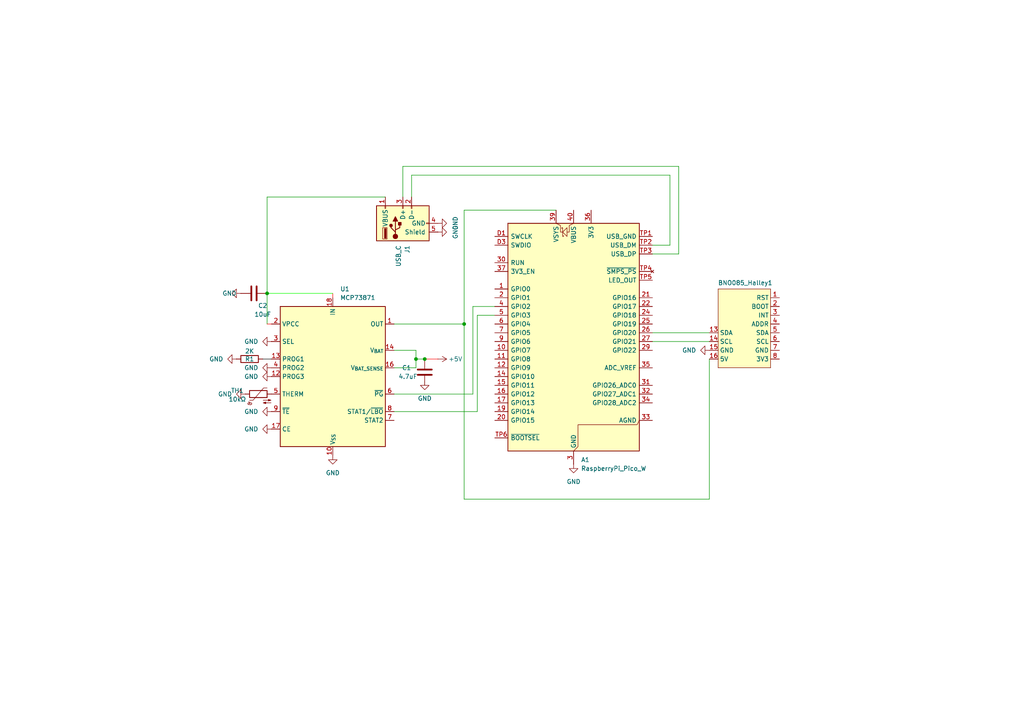
<source format=kicad_sch>
(kicad_sch (version 20250114) (generator "eeschema") (generator_version "9.0")
  (paper "A4")
  (lib_symbols
    (symbol "Battery_Management:MCP73871"
      (property "Reference" "U" (at -7.62 24.13 0))
      (property "Value" "MCP73871" (at -15.24 21.59 0))
      (symbol "MCP73871_0_1"
        (rectangle (start -15.24 20.32) (end 15.24 -20.32) (stroke (width 0.254)) (fill (type background)))
      )
      (symbol "MCP73871_1_1"
        (pin input line (at -17.78 15.24 0) (length 2.54) (name "VPCC") (number "2"))
        (pin input line (at -17.78 10.16 0) (length 2.54) (name "SEL") (number "3"))
        (pin bidirectional line (at -17.78 5.08 0) (length 2.54) (name "PROG1") (number "13"))
        (pin input line (at -17.78 2.54 0) (length 2.54) (name "PROG2") (number "4"))
        (pin bidirectional line (at -17.78 0 0) (length 2.54) (name "PROG3") (number "12"))
        (pin bidirectional line (at -17.78 -5.08 0) (length 2.54) (name "THERM") (number "5"))
        (pin input line (at -17.78 -10.16 0) (length 2.54) (name "~{TE}") (number "9"))
        (pin input line (at -17.78 -15.24 0) (length 2.54) (name "CE") (number "17"))
        (pin power_in line (at 0 22.86 270) (length 2.54) (name "IN") (number "18"))
        (pin passive line (at 0 22.86 270) (length 2.54) (hide yes) (name "IN") (number "19"))
        (pin power_in line (at 0 -22.86 90) (length 2.54) (name "V_{SS}") (number "10"))
        (pin passive line (at 0 -22.86 90) (length 2.54) (hide yes) (name "V_{SS}") (number "11"))
        (pin passive line (at 0 -22.86 90) (length 2.54) (hide yes) (name "V_{SS}") (number "21"))
        (pin power_out line (at 17.78 15.24 180) (length 2.54) (name "OUT") (number "1"))
        (pin passive line (at 17.78 15.24 180) (length 2.54) (hide yes) (name "OUT") (number "20"))
        (pin power_out line (at 17.78 7.62 180) (length 2.54) (name "V_{BAT}") (number "14"))
        (pin passive line (at 17.78 7.62 180) (length 2.54) (hide yes) (name "V_{BAT}") (number "15"))
        (pin input line (at 17.78 2.54 180) (length 2.54) (name "V_{BAT_SENSE}") (number "16"))
        (pin open_collector line (at 17.78 -5.08 180) (length 2.54) (name "~{PG}") (number "6"))
        (pin open_collector line (at 17.78 -10.16 180) (length 2.54) (name "STAT1/~{LBO}") (number "8"))
        (pin open_collector line (at 17.78 -12.7 180) (length 2.54) (name "STAT2") (number "7"))
      )
    )
    (symbol "Connector:USB_A" (pin_names (offset 1.016))
      (property "Reference" "J" (at -5.08 11.43 0))
      (property "Value" "USB_A" (at -5.08 8.89 0))
      (symbol "USB_A_0_1"
        (rectangle (start -5.08 -7.62) (end 5.08 7.62) (stroke (width 0.254)) (fill (type background)))
        (circle (center -3.81 2.159) (radius 0.635) (stroke (width 0.254)) (fill (type outline)))
        (polyline (pts (xy -3.175 2.159) (xy -2.54 2.159) (xy -1.27 3.429) (xy -0.635 3.429)) (stroke (width 0.254)))
        (polyline (pts (xy -2.54 2.159) (xy -1.905 2.159) (xy -1.27 0.889) (xy 0 0.889)) (stroke (width 0.254)))
        (rectangle (start -1.524 4.826) (end -4.318 5.334) (fill (type outline)))
        (rectangle (start -1.27 4.572) (end -4.572 5.842))
        (circle (center -0.635 3.429) (radius 0.381) (stroke (width 0.254)) (fill (type outline)))
        (rectangle (start -0.127 -7.62) (end 0.127 -6.858))
        (rectangle (start 0.254 1.27) (end -0.508 0.508) (stroke (width 0.254)) (fill (type outline)))
        (polyline (pts (xy 0.635 2.794) (xy 0.635 1.524) (xy 1.905 2.159) (xy 0.635 2.794)) (stroke (width 0.254)) (fill (type outline)))
        (rectangle (start 5.08 4.953) (end 4.318 5.207))
        (rectangle (start 5.08 -0.127) (end 4.318 0.127))
        (rectangle (start 5.08 -2.667) (end 4.318 -2.413))
      )
      (symbol "USB_A_1_1"
        (polyline (pts (xy -1.905 2.159) (xy 0.635 2.159)) (stroke (width 0.254)))
        (pin passive line (at -2.54 -10.16 90) (length 2.54) (name "Shield") (number "5"))
        (pin power_in line (at 0 -10.16 90) (length 2.54) (name "GND") (number "4"))
        (pin power_in line (at 7.62 5.08 180) (length 2.54) (name "VBUS") (number "1"))
        (pin bidirectional line (at 7.62 0 180) (length 2.54) (name "D+") (number "3"))
        (pin bidirectional line (at 7.62 -2.54 180) (length 2.54) (name "D-") (number "2"))
      )
    )
    (symbol "Device:C" (pin_numbers (hide yes)) (pin_names (offset 0.254))
      (property "Reference" "C" (at 0.635 2.54 0))
      (property "Value" "C" (at 0.635 -2.54 0))
      (symbol "C_0_1"
        (polyline (pts (xy -2.032 0.762) (xy 2.032 0.762)) (stroke (width 0.508)))
        (polyline (pts (xy -2.032 -0.762) (xy 2.032 -0.762)) (stroke (width 0.508)))
      )
      (symbol "C_1_1"
        (pin passive line (at 0 3.81 270) (length 2.794) (name "~") (number "1"))
        (pin passive line (at 0 -3.81 90) (length 2.794) (name "~") (number "2"))
      )
    )
    (symbol "Device:R" (pin_numbers (hide yes)) (pin_names (offset 0))
      (property "Reference" "R" (at 2.032 0 90))
      (property "Value" "R" (at 0 0 90))
      (symbol "R_0_1"
        (rectangle (start -1.016 -2.54) (end 1.016 2.54) (stroke (width 0.254)))
      )
      (symbol "R_1_1"
        (pin passive line (at 0 3.81 270) (length 1.27) (name "~") (number "1"))
        (pin passive line (at 0 -3.81 90) (length 1.27) (name "~") (number "2"))
      )
    )
    (symbol "Device:Thermistor_NTC" (pin_numbers (hide yes)) (pin_names (offset 0))
      (property "Reference" "TH" (at -4.445 0 90))
      (property "Value" "Thermistor_NTC" (at 3.175 0 90))
      (symbol "Thermistor_NTC_0_1"
        (arc (start -3.175 2.413) (mid -3.0506 2.3165) (end -3.048 2.159))
        (arc (start -3.048 2.794) (mid -2.9736 2.9736) (end -2.794 3.048))
        (arc (start -2.794 3.048) (mid -2.6144 2.9736) (end -2.54 2.794))
        (arc (start -2.794 2.54) (mid -2.9736 2.6144) (end -3.048 2.794))
        (arc (start -2.794 1.905) (mid -2.9736 1.9794) (end -3.048 2.159))
        (arc (start -2.54 2.159) (mid -2.6144 1.9794) (end -2.794 1.905))
        (arc (start -2.159 2.794) (mid -2.434 2.5608) (end -2.794 2.54))
        (polyline (pts (xy -2.54 2.159) (xy -2.54 2.794)))
        (polyline (pts (xy -2.54 -3.683) (xy -2.54 -1.397) (xy -2.794 -2.159) (xy -2.286 -2.159) (xy -2.54 -1.397) (xy -2.54 -1.651)) (fill (type outline)))
        (polyline (pts (xy -1.778 2.54) (xy -1.778 1.524) (xy 1.778 -1.524) (xy 1.778 -2.54)))
        (polyline (pts (xy -1.778 -1.397) (xy -1.778 -3.683) (xy -2.032 -2.921) (xy -1.524 -2.921) (xy -1.778 -3.683) (xy -1.778 -3.429)) (fill (type outline)))
        (rectangle (start -1.016 2.54) (end 1.016 -2.54) (stroke (width 0.254)))
      )
      (symbol "Thermistor_NTC_1_1"
        (pin passive line (at 0 3.81 270) (length 1.27) (name "~") (number "1"))
        (pin passive line (at 0 -3.81 90) (length 1.27) (name "~") (number "2"))
      )
    )
    (symbol "MCU_Module:RaspberryPi_Pico_W_Extensive" (pin_names (offset 0.762))
      (property "Reference" "A" (at -19.05 35.56 0))
      (property "Value" "RaspberryPi_Pico_W" (at 7.62 35.56 0))
      (symbol "RaspberryPi_Pico_W_Extensive_0_1"
        (rectangle (start -19.05 34.29) (end 19.05 -31.75) (stroke (width 0.254)) (fill (type background)))
        (polyline (pts (xy -5.08 34.29) (xy -3.81 33.655) (xy -3.81 31.75) (xy -3.175 31.75)))
        (polyline (pts (xy -3.429 32.766) (xy -3.429 33.02) (xy -3.175 33.02) (xy -3.175 30.48) (xy -2.921 30.48) (xy -2.921 30.734)))
        (polyline (pts (xy -3.175 31.75) (xy -1.905 33.02) (xy -1.905 30.48) (xy -3.175 31.75)))
        (polyline (pts (xy 0 34.29) (xy -1.27 33.655) (xy -1.27 31.75) (xy -1.905 31.75)))
        (polyline (pts (xy 0 -31.75) (xy 1.27 -30.48) (xy 1.27 -24.13) (xy 18.415 -24.13) (xy 19.05 -22.86)))
      )
      (symbol "RaspberryPi_Pico_W_Extensive_1_1"
        (pin input line (at -22.86 30.48 0) (length 3.81) (name "SWCLK") (number "D1"))
        (pin bidirectional line (at -22.86 27.94 0) (length 3.81) (name "SWDIO") (number "D3"))
        (pin passive line (at -22.86 22.86 0) (length 3.81) (name "RUN") (number "30"))
        (pin passive line (at -22.86 20.32 0) (length 3.81) (name "3V3_EN") (number "37"))
        (pin bidirectional line (at -22.86 15.24 0) (length 3.81) (name "GPIO0") (number "1"))
        (pin bidirectional line (at -22.86 12.7 0) (length 3.81) (name "GPIO1") (number "2"))
        (pin bidirectional line (at -22.86 10.16 0) (length 3.81) (name "GPIO2") (number "4"))
        (pin bidirectional line (at -22.86 7.62 0) (length 3.81) (name "GPIO3") (number "5"))
        (pin bidirectional line (at -22.86 5.08 0) (length 3.81) (name "GPIO4") (number "6"))
        (pin bidirectional line (at -22.86 2.54 0) (length 3.81) (name "GPIO5") (number "7"))
        (pin bidirectional line (at -22.86 0 0) (length 3.81) (name "GPIO6") (number "9"))
        (pin bidirectional line (at -22.86 -2.54 0) (length 3.81) (name "GPIO7") (number "10"))
        (pin bidirectional line (at -22.86 -5.08 0) (length 3.81) (name "GPIO8") (number "11"))
        (pin bidirectional line (at -22.86 -7.62 0) (length 3.81) (name "GPIO9") (number "12"))
        (pin bidirectional line (at -22.86 -10.16 0) (length 3.81) (name "GPIO10") (number "14"))
        (pin bidirectional line (at -22.86 -12.7 0) (length 3.81) (name "GPIO11") (number "15"))
        (pin bidirectional line (at -22.86 -15.24 0) (length 3.81) (name "GPIO12") (number "16"))
        (pin bidirectional line (at -22.86 -17.78 0) (length 3.81) (name "GPIO13") (number "17"))
        (pin bidirectional line (at -22.86 -20.32 0) (length 3.81) (name "GPIO14") (number "19"))
        (pin bidirectional line (at -22.86 -22.86 0) (length 3.81) (name "GPIO15") (number "20"))
        (pin input line (at -22.86 -27.94 0) (length 3.81) (name "~{BOOTSEL}") (number "TP6"))
        (pin power_in line (at -5.08 38.1 270) (length 3.81) (name "VSYS") (number "39"))
        (pin power_out line (at 0 38.1 270) (length 3.81) (name "VBUS") (number "40"))
        (pin passive line (at 0 -35.56 90) (length 3.81) (hide yes) (name "GND") (number "13"))
        (pin passive line (at 0 -35.56 90) (length 3.81) (hide yes) (name "GND") (number "18"))
        (pin passive line (at 0 -35.56 90) (length 3.81) (hide yes) (name "GND") (number "23"))
        (pin passive line (at 0 -35.56 90) (length 3.81) (hide yes) (name "GND") (number "28"))
        (pin power_out line (at 0 -35.56 90) (length 3.81) (name "GND") (number "3"))
        (pin passive line (at 0 -35.56 90) (length 3.81) (hide yes) (name "GND") (number "38"))
        (pin passive line (at 0 -35.56 90) (length 3.81) (hide yes) (name "GND") (number "8"))
        (pin passive line (at 0 -35.56 90) (length 3.81) (hide yes) (name "GND") (number "D2"))
        (pin power_out line (at 5.08 38.1 270) (length 3.81) (name "3V3") (number "36"))
        (pin power_out line (at 22.86 30.48 180) (length 3.81) (name "USB_GND") (number "TP1"))
        (pin bidirectional line (at 22.86 27.94 180) (length 3.81) (name "USB_DM") (number "TP2"))
        (pin bidirectional line (at 22.86 25.4 180) (length 3.81) (name "USB_DP") (number "TP3"))
        (pin no_connect line (at 22.86 20.32 180) (length 3.81) (name "~{SMPS_PS}") (number "TP4"))
        (pin output line (at 22.86 17.78 180) (length 3.81) (name "LED_OUT") (number "TP5"))
        (pin bidirectional line (at 22.86 12.7 180) (length 3.81) (name "GPIO16") (number "21"))
        (pin bidirectional line (at 22.86 10.16 180) (length 3.81) (name "GPIO17") (number "22"))
        (pin bidirectional line (at 22.86 7.62 180) (length 3.81) (name "GPIO18") (number "24"))
        (pin bidirectional line (at 22.86 5.08 180) (length 3.81) (name "GPIO19") (number "25"))
        (pin bidirectional line (at 22.86 2.54 180) (length 3.81) (name "GPIO20") (number "26"))
        (pin bidirectional line (at 22.86 0 180) (length 3.81) (name "GPIO21") (number "27"))
        (pin bidirectional line (at 22.86 -2.54 180) (length 3.81) (name "GPIO22") (number "29"))
        (pin power_in line (at 22.86 -7.62 180) (length 3.81) (name "ADC_VREF") (number "35"))
        (pin bidirectional line (at 22.86 -12.7 180) (length 3.81) (name "GPIO26_ADC0") (number "31"))
        (pin bidirectional line (at 22.86 -15.24 180) (length 3.81) (name "GPIO27_ADC1") (number "32"))
        (pin bidirectional line (at 22.86 -17.78 180) (length 3.81) (name "GPIO28_ADC2") (number "34"))
        (pin power_out line (at 22.86 -22.86 180) (length 3.81) (name "AGND") (number "33"))
      )
    )
    (symbol "Project_Symbols:BNO085_Halley"
      (property "Reference" "BNO085_Halley1" (at 0.254 18.288 0))
      (symbol "BNO085_Halley_1_1"
        (rectangle (start -7.62 16.51) (end 7.62 -6.35) (fill (type background)))
        (pin input line (at -10.16 3.81 0) (length 2.54) (name "SDA") (number "13"))
        (pin input line (at -10.16 1.27 0) (length 2.54) (name "SCL") (number "14"))
        (pin input line (at -10.16 -1.27 0) (length 2.54) (name "GND") (number "15"))
        (pin input line (at -10.16 -3.81 0) (length 2.54) (name "5V") (number "16"))
        (pin input line (at 10.16 13.97 180) (length 2.54) (name "RST") (number "1"))
        (pin input line (at 10.16 11.43 180) (length 2.54) (name "BOOT") (number "2"))
        (pin input line (at 10.16 8.89 180) (length 2.54) (name "INT") (number "3"))
        (pin input line (at 10.16 6.35 180) (length 2.54) (name "ADDR") (number "4"))
        (pin input line (at 10.16 3.81 180) (length 2.54) (name "SDA") (number "5"))
        (pin input line (at 10.16 1.27 180) (length 2.54) (name "SCL") (number "6"))
        (pin input line (at 10.16 -1.27 180) (length 2.54) (name "GND") (number "7"))
        (pin input line (at 10.16 -3.81 180) (length 2.54) (name "3V3") (number "8"))
      )
    )
    (symbol "power:+5V" (power) (pin_numbers (hide yes)) (pin_names (offset 0) (hide yes))
      (property "Value" "+5V" (at 0 3.556 0))
      (symbol "+5V_0_1"
        (polyline (pts (xy -0.762 1.27) (xy 0 2.54)))
        (polyline (pts (xy 0 2.54) (xy 0.762 1.27)))
        (polyline (pts (xy 0 0) (xy 0 2.54)))
      )
      (symbol "+5V_1_1"
        (pin power_in line (at 0 0 90) (length 0) (name "~") (number "1"))
      )
    )
    (symbol "power:GND" (power) (pin_numbers (hide yes)) (pin_names (offset 0) (hide yes))
      (property "Value" "GND" (at 0 -3.81 0))
      (symbol "GND_0_1"
        (polyline (pts (xy 0 0) (xy 0 -1.27) (xy 1.27 -1.27) (xy 0 -2.54) (xy -1.27 -1.27) (xy 0 -1.27)))
      )
      (symbol "GND_1_1"
        (pin power_in line (at 0 0 270) (length 0) (name "~") (number "1"))
      )
    )
  )
  (junction (at 120.65 104.14))
  (junction (at 134.62 93.98))
  (junction (at 123.19 104.14))
  (junction (at 77.47 85.09))
  (wire (pts (xy 77.47 93.98) (xy 78.74 93.98)) (stroke (width 0) (color 255 0 0 1)))
  (wire (pts (xy 205.74 144.78) (xy 134.62 144.78)))
  (wire (pts (xy 76.2 104.14) (xy 78.74 104.14)) (stroke (width 0) (color 0 0 0 1)))
  (wire (pts (xy 189.23 99.06) (xy 205.74 99.06)))
  (wire (pts (xy 138.43 91.44) (xy 143.51 91.44)))
  (wire (pts (xy 114.3 106.68) (xy 120.65 106.68)))
  (wire (pts (xy 137.16 114.3) (xy 137.16 88.9)))
  (wire (pts (xy 205.74 104.14) (xy 205.74 144.78)))
  (wire (pts (xy 119.38 57.15) (xy 119.38 50.8)))
  (wire (pts (xy 189.23 96.52) (xy 205.74 96.52)))
  (wire (pts (xy 114.3 119.38) (xy 138.43 119.38)))
  (wire (pts (xy 96.52 85.09) (xy 96.52 86.36)) (stroke (width 0) (color 255 0 0 1)))
  (wire (pts (xy 120.65 104.14) (xy 123.19 104.14)))
  (wire (pts (xy 120.65 106.68) (xy 120.65 104.14)))
  (wire (pts (xy 161.29 60.96) (xy 134.62 60.96)))
  (wire (pts (xy 196.85 73.66) (xy 189.23 73.66)))
  (wire (pts (xy 194.31 71.12) (xy 189.23 71.12)))
  (wire (pts (xy 116.84 48.26) (xy 196.85 48.26)))
  (wire (pts (xy 123.19 110.49) (xy 123.19 111.76)))
  (wire (pts (xy 116.84 57.15) (xy 116.84 48.26)))
  (wire (pts (xy 120.65 104.14) (xy 120.65 101.6)))
  (wire (pts (xy 196.85 48.26) (xy 196.85 73.66)))
  (wire (pts (xy 114.3 114.3) (xy 137.16 114.3)))
  (wire (pts (xy 134.62 144.78) (xy 134.62 93.98)))
  (wire (pts (xy 77.47 85.09) (xy 77.47 93.98)))
  (wire (pts (xy 111.76 57.15) (xy 77.47 57.15)))
  (wire (pts (xy 138.43 119.38) (xy 138.43 91.44)))
  (wire (pts (xy 119.38 50.8) (xy 194.31 50.8)))
  (wire (pts (xy 134.62 93.98) (xy 114.3 93.98)))
  (wire (pts (xy 137.16 88.9) (xy 143.51 88.9)))
  (wire (pts (xy 123.19 104.14) (xy 127 104.14)) (stroke (width 0) (color 255 0 0 1)))
  (wire (pts (xy 114.3 101.6) (xy 120.65 101.6)))
  (wire (pts (xy 134.62 60.96) (xy 134.62 93.98)))
  (wire (pts (xy 194.31 50.8) (xy 194.31 71.12)))
  (wire (pts (xy 77.47 85.09) (xy 96.52 85.09)) (stroke (width 0) (color 12 255 0 1)))
  (wire (pts (xy 77.47 57.15) (xy 77.47 85.09)))
  (symbol (lib_id "power:GND") (at 78.74 119.38 270) (unit 1)
    (property "Reference" "#PWR03" (effects (hide yes)))
    (property "Value" "GND" (at 74.93 119.3799 90) (effects (justify right)))
    (property "Description" "Power symbol creates a global label with name \"GND\" , ground" (effects (hide yes)))
  )
  (symbol (lib_id "power:GND") (at 96.52 132.08 0) (unit 1)
    (property "Reference" "#PWR07" (effects (hide yes)))
    (property "Value" "GND" (at 96.52 137.16 0))
    (property "Description" "Power symbol creates a global label with name \"GND\" , ground" (effects (hide yes)))
  )
  (symbol (lib_id "power:GND") (at 68.58 104.14 270) (unit 1)
    (property "Reference" "#PWR010" (effects (hide yes)))
    (property "Value" "GND" (at 64.77 104.1399 90) (effects (justify right)))
    (property "Description" "Power symbol creates a global label with name \"GND\" , ground" (effects (hide yes)))
  )
  (symbol (lib_id "power:GND") (at 69.85 85.09 270) (unit 1)
    (property "Reference" "#PWR012" (effects (hide yes)))
    (property "Value" "GND" (at 68.58 85.0899 90) (effects (justify right)))
    (property "Description" "Power symbol creates a global label with name \"GND\" , ground" (effects (hide yes)))
  )
  (symbol (lib_id "Battery_Management:MCP73871") (at 96.52 109.22 0) (unit 1)
    (property "Reference" "U1" (at 98.6633 83.82 0) (effects (justify left)))
    (property "Value" "MCP73871" (at 98.6633 86.36 0) (effects (justify left)))
    (property "Footprint" "Package_DFN_QFN:QFN-20-1EP_4x4mm_P0.5mm_EP2.5x2.5mm" (effects (hide yes)))
    (property "Datasheet" "http://www.mouser.com/ds/2/268/22090a-52174.pdf" (effects (hide yes)))
    (property "Description" "Single cell, Li-Ion/Li-Po charge management controller" (effects (hide yes)))
  )
  (symbol (lib_id "Device:Thermistor_NTC") (at 74.93 114.3 90) (unit 1)
    (property "Reference" "TH1" (at 68.834 113.284 90))
    (property "Value" "10kΩ" (at 68.834 115.824 90))
    (property "Footprint" "Resistor_SMD:R_0402_1005Metric" (effects (hide yes)))
    (property "Description" "Temperature dependent resistor, negative temperature coefficient" (effects (hide yes)))
  )
  (symbol (lib_id "MCU_Module:RaspberryPi_Pico_W_Extensive") (at 166.37 99.06 0) (unit 1)
    (property "Reference" "A1" (at 168.5133 133.35 0) (effects (justify left)))
    (property "Value" "RaspberryPi_Pico_W" (at 168.5133 135.89 0) (effects (justify left)))
    (property "Footprint" "Module:RaspberryPi_Pico_W_SMD" (effects (hide yes)))
    (property "Datasheet" "https://datasheets.raspberrypi.com/picow/pico-w-datasheet.pdf" (effects (hide yes)))
    (property "Description" "Versatile and inexpensive wireless microcontroller module (with full pinout for test point and debug connections) powered by RP2040 dual-core Arm Cortex-M0+ processor up to 133 MHz, 264kB SRAM, 2MB QSPI flash, Infineon CYW43439 2.4GHz 802.11n wireless LAN; also supports Raspberry Pi Pico 2 W" (effects (hide yes)))
  )
  (symbol (lib_id "Device:R") (at 72.39 104.14 90) (unit 1)
    (property "Reference" "R1" (at 72.39 104.14 90))
    (property "Value" "2K" (at 72.39 101.854 90))
    (property "Footprint" "Resistor_SMD:R_0201_0603Metric" (effects (hide yes)))
    (property "Description" "Resistor" (effects (hide yes)))
  )
  (symbol (lib_id "power:GND") (at 78.74 106.68 270) (unit 1)
    (property "Reference" "#PWR06" (effects (hide yes)))
    (property "Value" "GND" (at 74.93 106.6799 90) (effects (justify right)))
    (property "Description" "Power symbol creates a global label with name \"GND\" , ground" (effects (hide yes)))
  )
  (symbol (lib_id "power:GND") (at 123.19 110.49 0) (unit 1)
    (property "Reference" "#PWR08" (effects (hide yes)))
    (property "Value" "GND" (at 123.19 115.57 0))
    (property "Description" "Power symbol creates a global label with name \"GND\" , ground" (effects (hide yes)))
  )
  (symbol (lib_id "power:GND") (at 78.74 124.46 270) (unit 1)
    (property "Reference" "#PWR02" (effects (hide yes)))
    (property "Value" "GND" (at 74.93 124.4599 90) (effects (justify right)))
    (property "Description" "Power symbol creates a global label with name \"GND\" , ground" (effects (hide yes)))
  )
  (symbol (lib_id "Connector:USB_A") (at 116.84 64.77 90) (unit 1)
    (property "Reference" "J1" (at 118.1101 71.12 0) (effects (justify right)))
    (property "Value" "USB_C" (at 115.5701 71.12 0) (effects (justify right)))
    (property "Footprint" "Project_Footprints:HRO-TYPE-C-31-M-12" (effects (hide yes)))
    (property "Description" "USB Type A connector" (effects (hide yes)))
  )
  (symbol (lib_id "Device:C") (at 123.19 107.95 0) (unit 1)
    (property "Reference" "C1" (at 116.586 106.68 0) (effects (justify left)))
    (property "Value" "4.7uF" (at 115.57 109.22 0) (effects (justify left)))
    (property "Footprint" "Capacitor_SMD:C_0805_2012Metric" (effects (hide yes)))
    (property "Description" "Unpolarized capacitor" (effects (hide yes)))
  )
  (symbol (lib_id "power:GND") (at 78.74 99.06 270) (unit 1)
    (property "Reference" "#PWR011" (effects (hide yes)))
    (property "Value" "GND" (at 74.93 99.0599 90) (effects (justify right)))
    (property "Description" "Power symbol creates a global label with name \"GND\" , ground" (effects (hide yes)))
  )
  (symbol (lib_id "Project_Symbols:BNO085_Halley") (at 215.9 100.33 0) (unit 1)
    (property "Reference" "BNO085_Halley1" (at 216.154 82.042 0))
    (property "Footprint" "Project_Footprints:BNO085 Halley" (effects (hide yes)))
  )
  (symbol (lib_id "power:GND") (at 127 64.77 90) (unit 1)
    (property "Reference" "#PWR013" (effects (hide yes)))
    (property "Value" "GND" (at 132.08 64.77 0))
    (property "Description" "Power symbol creates a global label with name \"GND\" , ground" (effects (hide yes)))
  )
  (symbol (lib_id "power:+5V") (at 127 104.14 270) (unit 1)
    (property "Reference" "#PWR09" (effects (hide yes)))
    (property "Value" "+5V" (at 130.048 104.14 90) (effects (justify left)))
    (property "Description" "Power symbol creates a global label with name \"+5V\"" (effects (hide yes)))
  )
  (symbol (lib_id "power:GND") (at 71.12 114.3 270) (unit 1)
    (property "Reference" "#PWR04" (effects (hide yes)))
    (property "Value" "GND" (at 67.31 114.2999 90) (effects (justify right)))
    (property "Description" "Power symbol creates a global label with name \"GND\" , ground" (effects (hide yes)))
  )
  (symbol (lib_id "Device:C") (at 73.66 85.09 90) (unit 1)
    (property "Reference" "C2" (at 76.2 88.646 90))
    (property "Value" "10uF" (at 76.2 91.186 90))
    (property "Footprint" "Capacitor_SMD:C_0805_2012Metric" (effects (hide yes)))
    (property "Description" "Unpolarized capacitor" (effects (hide yes)))
  )
  (symbol (lib_id "power:GND") (at 166.37 134.62 0) (unit 1)
    (property "Reference" "#PWR01" (effects (hide yes)))
    (property "Value" "GND" (at 166.37 139.7 0))
    (property "Description" "Power symbol creates a global label with name \"GND\" , ground" (effects (hide yes)))
  )
  (symbol (lib_id "power:GND") (at 205.74 101.6 270) (unit 1)
    (property "Reference" "#PWR015" (effects (hide yes)))
    (property "Value" "GND" (at 201.93 101.5999 90) (effects (justify right)))
    (property "Description" "Power symbol creates a global label with name \"GND\" , ground" (effects (hide yes)))
  )
  (symbol (lib_id "power:GND") (at 127 67.31 90) (unit 1)
    (property "Reference" "#PWR014" (effects (hide yes)))
    (property "Value" "GND" (at 132.08 67.31 0))
    (property "Description" "Power symbol creates a global label with name \"GND\" , ground" (effects (hide yes)))
  )
  (symbol (lib_id "power:GND") (at 78.74 109.22 270) (unit 1)
    (property "Reference" "#PWR05" (effects (hide yes)))
    (property "Value" "GND" (at 74.93 109.2199 90) (effects (justify right)))
    (property "Description" "Power symbol creates a global label with name \"GND\" , ground" (effects (hide yes)))
  )
)
</source>
